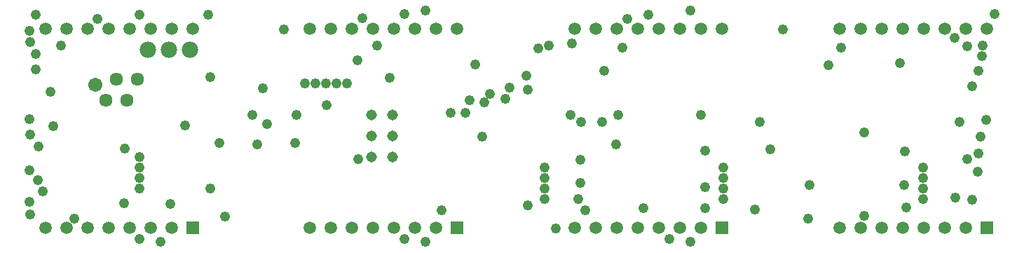
<source format=gbs>
G75*
G70*
%OFA0B0*%
%FSLAX24Y24*%
%IPPOS*%
%LPD*%
%AMOC8*
5,1,8,0,0,1.08239X$1,22.5*
%
%ADD10C,0.0516*%
%ADD11C,0.0634*%
%ADD12C,0.0671*%
%ADD13R,0.0595X0.0595*%
%ADD14C,0.0595*%
%ADD15C,0.0780*%
%ADD16C,0.0477*%
D10*
X018485Y006154D03*
X019485Y006154D03*
X019485Y007154D03*
X018485Y007154D03*
X018485Y008154D03*
X019485Y008154D03*
D11*
X007365Y009864D03*
X006365Y009864D03*
X006865Y008864D03*
X005865Y008864D03*
D12*
X005355Y009585D03*
D13*
X009967Y002799D03*
X022565Y002799D03*
X035164Y002799D03*
X047762Y002799D03*
D14*
X046762Y002799D03*
X045762Y002799D03*
X044762Y002799D03*
X043762Y002799D03*
X042762Y002799D03*
X041762Y002799D03*
X040762Y002799D03*
X034164Y002799D03*
X033164Y002799D03*
X032164Y002799D03*
X031164Y002799D03*
X030164Y002799D03*
X029164Y002799D03*
X028164Y002799D03*
X021565Y002799D03*
X020565Y002799D03*
X019565Y002799D03*
X018565Y002799D03*
X017565Y002799D03*
X016565Y002799D03*
X015565Y002799D03*
X008967Y002799D03*
X007967Y002799D03*
X006967Y002799D03*
X005967Y002799D03*
X004967Y002799D03*
X003967Y002799D03*
X002967Y002799D03*
X002967Y012247D03*
X003967Y012247D03*
X004967Y012247D03*
X005967Y012247D03*
X006967Y012247D03*
X007967Y012247D03*
X008967Y012247D03*
X009967Y012247D03*
X015565Y012247D03*
X016565Y012247D03*
X017565Y012247D03*
X018565Y012247D03*
X019565Y012247D03*
X020565Y012247D03*
X021565Y012247D03*
X022565Y012247D03*
X028164Y012247D03*
X029164Y012247D03*
X030164Y012247D03*
X031164Y012247D03*
X032164Y012247D03*
X033164Y012247D03*
X034164Y012247D03*
X035164Y012247D03*
X040762Y012247D03*
X041762Y012247D03*
X042762Y012247D03*
X043762Y012247D03*
X044762Y012247D03*
X045762Y012247D03*
X046762Y012247D03*
X047762Y012247D03*
D15*
X009865Y011264D03*
X008865Y011264D03*
X007865Y011264D03*
D16*
X007465Y002264D03*
X008465Y002114D03*
X011515Y003314D03*
X008915Y003914D03*
X006715Y003964D03*
X007465Y004664D03*
X007465Y005164D03*
X007465Y005664D03*
X007465Y006164D03*
X006765Y006564D03*
X009615Y007664D03*
X011265Y006814D03*
X013065Y006764D03*
X014865Y006814D03*
X017865Y006064D03*
X023765Y007114D03*
X022965Y008264D03*
X022265Y008264D03*
X023165Y008864D03*
X023865Y008764D03*
X024865Y008914D03*
X024115Y009164D03*
X025065Y009464D03*
X025915Y009364D03*
X025865Y010014D03*
X023415Y010564D03*
X026415Y011314D03*
X026915Y011464D03*
X028015Y011564D03*
X030415Y011364D03*
X029565Y010264D03*
X030215Y008164D03*
X029465Y007814D03*
X028465Y007814D03*
X027965Y008164D03*
X030115Y006764D03*
X028415Y006014D03*
X026715Y005664D03*
X026715Y005164D03*
X026715Y004664D03*
X026715Y004164D03*
X025915Y003864D03*
X028315Y004164D03*
X028665Y003614D03*
X031415Y003714D03*
X034365Y003714D03*
X035215Y004164D03*
X035215Y004664D03*
X034365Y004714D03*
X035215Y005164D03*
X035215Y005664D03*
X034365Y006464D03*
X037465Y006514D03*
X036965Y007814D03*
X034165Y008164D03*
X040215Y010514D03*
X040815Y011364D03*
X043615Y010614D03*
X046815Y011414D03*
X047565Y011464D03*
X046215Y011814D03*
X047515Y010964D03*
X047365Y010264D03*
X047065Y009514D03*
X047715Y007914D03*
X046465Y007814D03*
X047465Y007114D03*
X047365Y006314D03*
X046815Y006064D03*
X047315Y005464D03*
X044715Y005664D03*
X044715Y005164D03*
X043815Y004814D03*
X044715Y004664D03*
X044715Y004164D03*
X043915Y003764D03*
X041915Y003364D03*
X039265Y003214D03*
X036715Y003664D03*
X039315Y004814D03*
X043865Y006414D03*
X041915Y007314D03*
X046265Y004214D03*
X047065Y004114D03*
X033665Y002114D03*
X032665Y002264D03*
X027265Y002764D03*
X021815Y003614D03*
X020065Y002264D03*
X021065Y002114D03*
X028415Y004914D03*
X016365Y008614D03*
X014915Y008164D03*
X013515Y007714D03*
X012815Y008164D03*
X013315Y009414D03*
X015315Y009664D03*
X015815Y009664D03*
X016315Y009664D03*
X016815Y009664D03*
X017315Y009664D03*
X019352Y009914D03*
X017815Y010764D03*
X018765Y011464D03*
X014315Y012214D03*
X010715Y012914D03*
X007465Y012914D03*
X005465Y012714D03*
X002515Y012914D03*
X002215Y012164D03*
X002265Y011614D03*
X003715Y011464D03*
X002515Y011064D03*
X002515Y010314D03*
X003215Y009264D03*
X002215Y007964D03*
X003365Y007614D03*
X002265Y007214D03*
X002665Y006664D03*
X002215Y005514D03*
X002615Y005064D03*
X002865Y004514D03*
X002215Y004014D03*
X002265Y003414D03*
X004365Y003214D03*
X010815Y004664D03*
X010815Y009964D03*
X018065Y012764D03*
X020065Y012964D03*
X021065Y013114D03*
X030665Y012714D03*
X031665Y012914D03*
X033665Y013114D03*
X038065Y012214D03*
X048115Y012964D03*
M02*

</source>
